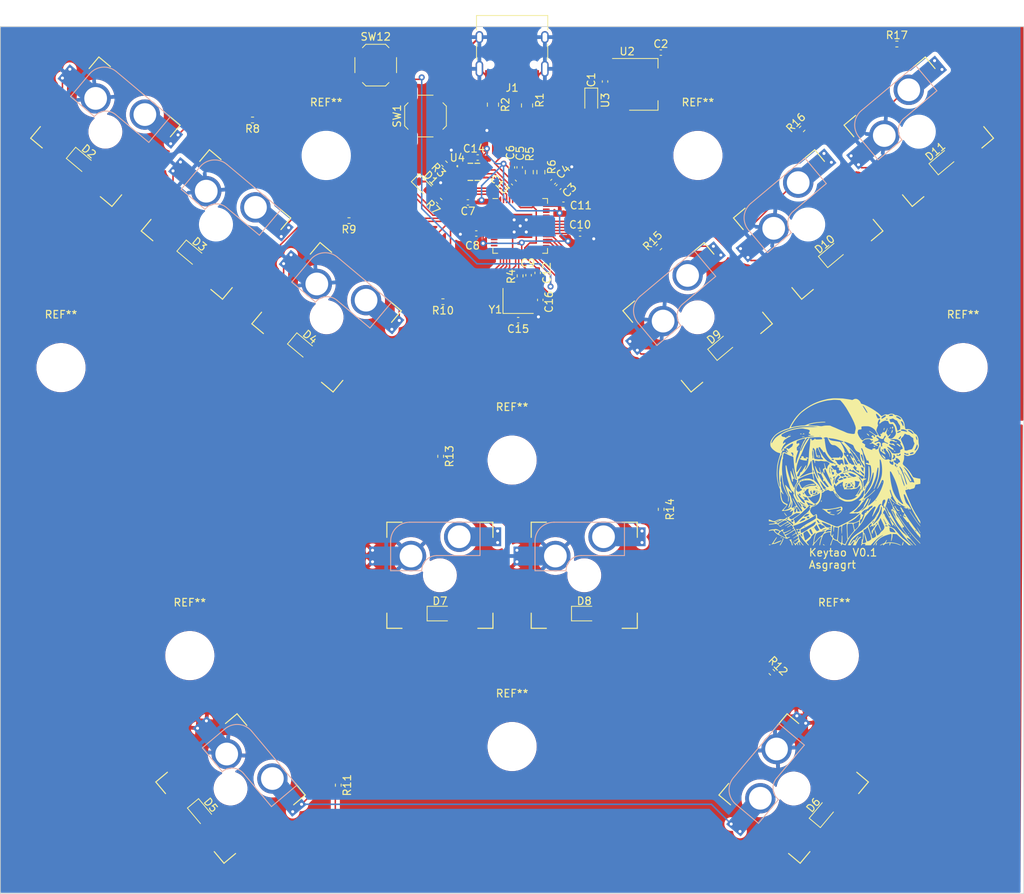
<source format=kicad_pcb>
(kicad_pcb (version 20221018) (generator pcbnew)
  (title_block (title "Keytao 1") (date "2023-07-03") (rev "0.1") (company "Asgragrt"))
  (layers (0 "F.Cu" signal) (31 "B.Cu" signal) (34 "B.Paste" user) (35 "F.Paste" user) (36 "B.SilkS" user "B.Silkscreen") (37 "F.SilkS" user "F.Silkscreen") (38 "B.Mask" user) (39 "F.Mask" user) (44 "Edge.Cuts" user))
  (net 0 "")
  (net 1 "Net-(U2-VI)")
  (net 2 "GND")
  (net 3 "+3.3V")
  (net 4 "+1V1")
  (net 5 "Net-(U1-XIN)")
  (net 6 "Net-(C16-Pad2)")
  (net 7 "Net-(D1-A)")
  (net 8 "Net-(D2-A)")
  (net 9 "Net-(D3-A)")
  (net 10 "Net-(D4-A)")
  (net 11 "Net-(D5-A)")
  (net 12 "Net-(D6-A)")
  (net 13 "Net-(D7-A)")
  (net 14 "Net-(D8-A)")
  (net 15 "Net-(D9-A)")
  (net 16 "Net-(D10-A)")
  (net 17 "Net-(D11-A)")
  (net 18 "VBUS")
  (net 19 "Net-(J1-CC1)")
  (net 20 "/USB_D+")
  (net 21 "/USB_D-")
  (net 23 "Net-(J1-CC2)")
  (net 25 "Net-(R3-Pad1)")
  (net 26 "/QSPI_SS")
  (net 27 "Net-(U1-XOUT)")
  (net 28 "Net-(U1-USB_DP)")
  (net 29 "Net-(U1-USB_DM)")
  (net 30 "/KBD_STATUS")
  (net 31 "/LED0")
  (net 32 "/LED1")
  (net 33 "/LED2")
  (net 34 "/LED3_1")
  (net 35 "/LED3_2")
  (net 36 "/LED4")
  (net 37 "/LED5")
  (net 38 "/LED6")
  (net 39 "/LED7")
  (net 40 "/LED8")
  (net 41 "/K0")
  (net 42 "/K1")
  (net 43 "/K2")
  (net 44 "/K3")
  (net 45 "/K4")
  (net 46 "/K5")
  (net 47 "/K6")
  (net 48 "/K7")
  (net 49 "/K8")
  (net 50 "/RUN")
  (net 63 "/QSPI_SD3")
  (net 64 "/QSPI_SCLK")
  (net 65 "/QSPI_SD0")
  (net 66 "/QSPI_SD2")
  (net 67 "/QSPI_SD1")
  (footprint "Capacitor_SMD:C_0402_1005Metric" (layer "F.Cu") (at 87.1 48.6 180)
    (fp_text reference "C7")
    (fp_text value "100n")
  )
  (footprint "Capacitor_SMD:C_0402_1005Metric" (layer "F.Cu") (at 112.558103 28.828999 180)
    (fp_text reference "C2")
    (fp_text value "10u")
  )
  (footprint "Resistor_SMD:R_0402_1005Metric" (layer "F.Cu") (at 93.98 58.293 90)
    (fp_text reference "R4")
    (fp_text value "1k")
  )
  (footprint "LED_SMD:LED_0805_2012Metric" (layer "F.Cu") (at 120.655889 67.627151 40)
    (fp_text reference "D9")
    (fp_text value "LED")
  )
  (footprint "Resistor_SMD:R_0402_1005Metric" (layer "F.Cu") (at 69.99 125.5 -90)
    (fp_text reference "R11")
    (fp_text value "220")
  )
  (footprint "switches:MXOnly-1U-Hotswap-Antishear_1" (layer "F.Cu") (at 117.406855 63.755104 40)
    (fp_text reference "SW8")
    (fp_text value "SW_Push")
  )
  (footprint "Resistor_SMD:R_0402_1005Metric" (layer "F.Cu") (at 127.2 110.6 -45)
    (fp_text reference "R12")
    (fp_text value "220")
  )
  (footprint "Resistor_SMD:R_0805_2012Metric" (layer "F.Cu") (at 94.9 35.8 -90)
    (fp_text reference "R1")
    (fp_text value "5.1k")
  )
  (footprint "Capacitor_SMD:C_0402_1005Metric" (layer "F.Cu") (at 88.392 42.672 180)
    (fp_text reference "C14")
    (fp_text value "100n")
  )
  (footprint "Resistor_SMD:R_0402_1005Metric" (layer "F.Cu") (at 112.6 89.1 -90)
    (fp_text reference "R14")
    (fp_text value "220")
  )
  (footprint "Package_TO_SOT_SMD:SOT-223-3_TabPin2" (layer "F.Cu") (at 110.272102 33.02)
    (fp_text reference "U2")
    (fp_text value "NCP1117-3.3_SOT223")
  )
  (footprint "switches:MXOnly-1U-Hotswap-Antishear_1" (layer "F.Cu") (at 102.45 97.8)
    (fp_text reference "SW7")
    (fp_text value "SW_Push")
  )
  (footprint "MountingHole:MountingHole_6mm" (layer "F.Cu") (at 68.4 42.4)
    (fp_text reference "REF**")
    (fp_text value "MountingHole_6mm")
  )
  (footprint "Resistor_SMD:R_0402_1005Metric" (layer "F.Cu") (at 131.2 38.9 45)
    (fp_text reference "R16")
    (fp_text value "220")
  )
  (footprint "Capacitor_SMD:C_0402_1005Metric" (layer "F.Cu") (at 99.7 48.9)
    (fp_text reference "C11")
    (fp_text value "100n")
  )
  (footprint "Resistor_SMD:R_0603_1608Metric" (layer "F.Cu") (at 95.1992 44.6024 -90)
    (fp_text reference "R5")
    (fp_text value "27")
  )
  (footprint "LED_SMD:LED_0805_2012Metric" (layer "F.Cu") (at 65.194111 67.627151 -40)
    (fp_text reference "D4")
    (fp_text value "LED")
  )
  (footprint "Capacitor_SMD:C_0402_1005Metric" (layer "F.Cu") (at 101.9 52.7)
    (fp_text reference "C10")
    (fp_text value "100n")
  )
  (footprint "Capacitor_SMD:C_0402_1005Metric" (layer "F.Cu") (at 105.192103 32.639 90)
    (fp_text reference "C1")
    (fp_text value "10u")
  )
  (footprint "Button_Switch_SMD:SW_Push_1P1T_XKB_TS-1187A" (layer "F.Cu") (at 81.5 37.2 90)
    (fp_text reference "SW1")
    (fp_text value "SW_Push")
  )
  (footprint "Capacitor_SMD:C_0402_1005Metric" (layer "F.Cu") (at 95.1 58.2 -90)
    (fp_text reference "C9")
    (fp_text value "100n")
  )
  (footprint "MountingHole:MountingHole_6mm" (layer "F.Cu") (at 152.45 70.4)
    (fp_text reference "REF**")
    (fp_text value "MountingHole_6mm")
  )
  (footprint "MountingHole:MountingHole_6mm" (layer "F.Cu") (at 135.45 108.4)
    (fp_text reference "REF**")
    (fp_text value "MountingHole_6mm")
  )
  (footprint "MountingHole:MountingHole_6mm" (layer "F.Cu") (at 117.45 42.4)
    (fp_text reference "REF**")
    (fp_text value "MountingHole_6mm")
  )
  (footprint "MountingHole:MountingHole_6mm" (layer "F.Cu") (at 92.93 82.6)
    (fp_text reference "REF**")
    (fp_text value "MountingHole_6mm")
  )
  (footprint "LED_SMD:LED_0805_2012Metric" (layer "F.Cu") (at 50.600968 55.382047 -40)
    (fp_text reference "D3")
    (fp_text value "LED")
  )
  (footprint "Connector_USB:USB_C_Receptacle_HRO_TYPE-C-31-M-12" (layer "F.Cu") (at 92.93 27.835 180)
    (fp_text reference "J1")
    (fp_text value "USB_C_Receptacle_USB2.0")
  )
  (footprint "Diode_SMD:D_SOD-323" (layer "F.Cu") (at 103.372102 35.119999 -90)
    (fp_text reference "U3")
    (fp_text value "NSR0320MW2T1G")
  )
  (footprint "Resistor_SMD:R_0603_1608Metric" (layer "F.Cu") (at 96.7232 44.6024 -90)
    (fp_text reference "R6")
    (fp_text value "27")
  )
  (footprint "Resistor_SMD:R_0402_1005Metric" (layer "F.Cu") (at 112.3 54.5 45)
    (fp_text reference "R15")
    (fp_text value "220")
  )
  (footprint "Capacitor_SMD:C_0402_1005Metric" (layer "F.Cu") (at 92.9 43.98 90)
    (fp_text reference "C6")
    (fp_text value "100n")
  )
  (footprint "LED_SMD:LED_0805_2012Metric" (layer "F.Cu") (at 51.897952 129.189034 -50)
    (fp_text reference "D5")
    (fp_text value "LED")
  )
  (footprint "W25Q16JV:W25Q16JVUXIQ_WIN" (layer "F.Cu") (at 87.8826 44.565001)
    (fp_text reference "U4")
    (fp_text value "W25Q16JVUXIQ")
  )
  (footprint "Capacitor_SMD:C_0402_1005Metric" (layer "F.Cu") (at 99.06 46.5836 45)
    (fp_text reference "C3")
    (fp_text value "1u")
  )
  (footprint "switches:MXOnly-1U-Hotswap-Antishear_1" (layer "F.Cu") (at 130.08 125.94 50)
    (fp_text reference "SW11")
    (fp_text value "SW_Push")
  )
  (footprint "LED_SMD:LED_0805_2012Metric" (layer "F.Cu") (at 102.45 102.8546)
    (fp_text reference "D8")
    (fp_text value "LED")
  )
  (footprint "LED_SMD:LED_0805_2012Metric" (layer "F.Cu") (at 83.4 102.8546)
    (fp_text reference "D7")
    (fp_text value "LED")
  )
  (footprint "Resistor_SMD:R_0402_1005Metric" (layer "F.Cu") (at 83.5 82.1 -90)
    (fp_text reference "R13")
    (fp_text value "220")
  )
  (footprint "Capacitor_SMD:C_0402_1005Metric" (layer "F.Cu") (at 93.726 64.135 180)
    (fp_text reference "C15")
    (fp_text value "30p")
  )
  (footprint "Resistor_SMD:R_0402_1005Metric" (layer "F.Cu") (at 83.8 61.7 180)
    (fp_text reference "R10")
    (fp_text value "220")
  )
  (footprint "switches:MXOnly-1U-Hotswap-Antishear_1" (layer "F.Cu") (at 68.443146 63.755103 -40)
    (fp_text reference "SW4")
    (fp_text value "SW_Push")
  )
  (footprint "MountingHole:MountingHole_6mm" (layer "F.Cu") (at 33.4 70.4)
    (fp_text reference "REF**")
    (fp_text value "MountingHole_6mm")
  )
  (footprint "Capacitor_SMD:C_0402_1005Metric" (layer "F.Cu") (at 96.3 57.9 -90)
    (fp_text reference "C12")
    (fp_text value "100n")
  )
  (footprint "Resistor_SMD:R_0402_1005Metric" (layer "F.Cu") (at 71.4 51 180)
    (fp_text reference "R9")
    (fp_text value "220")
  )
  (footprint "Resistor_SMD:R_0402_1005Metric" (layer "F.Cu") (at 143.7 27.7)
    (fp_text reference "R17")
    (fp_text value "220")
  )
  (footprint "switches:MXOnly-1U-Hotswap-Antishear_1" (layer "F.Cu") (at 55.77 125.94 -50)
    (fp_text reference "SW5")
    (fp_text value "SW_Push")
  )
  (footprint "Button_Switch_SMD:SW_Push_1P1T_XKB_TS-1187A" (layer "F.Cu") (at 74.93 30.48)
    (fp_text reference "SW12")
    (fp_text value "SW_Push")
  )
  (footprint "switches:MXOnly-1U-Hotswap-Antishear_1" (layer "F.Cu") (at 83.4 97.8)
    (fp_text reference "SW6")
    (fp_text value "SW_Push")
  )
  (footprint "LED_SMD:LED_0805_2012Metric" (layer "F.Cu") (at 133.952048 129.189034 50)
    (fp_text reference "D6")
    (fp_text value "LED")
  )
  (footprint "Resistor_SMD:R_0402_1005Metric" (layer "F.Cu") (at 84 43.5 -45)
    (fp_text reference "R3")
    (fp_text value "1k")
  )
  (footprint "Capacitor_SMD:C_0402_1005Metric" (layer "F.Cu") (at 93.9292 43.97 90)
    (fp_text reference "C5")
    (fp_text value "100n")
  )
  (footprint "switches:MXOnly-1U-Hotswap-Antishear_1" (layer "F.Cu") (at 132 51.51 40)
    (fp_text reference "SW9")
    (fp_text value "SW_Push")
  )
  (footprint "MountingHole:MountingHole_6mm" (layer "F.Cu") (at 92.93 120.4)
    (fp_text reference "REF**")
    (fp_text value "MountingHole_6mm")
  )
  (footprint "Resistor_SMD:R_0402_1005Metric" (layer "F.Cu") (at 58.676 37.719 180)
    (fp_text reference "R8")
    (fp_text value "220")
  )
  (footprint "Package_DFN_QFN:QFN-56-1EP_7x7mm_P0.4mm_EP3.2x3.2mm" (layer "F.Cu") (at 93.996 51.6975)
    (fp_text reference "U1" hide)
    (fp_text value "RP2040")
  )
  (footprint "LED_SMD:LED_0805_2012Metric" (layer "F.Cu") (at 36.007819 43.136943 -40)
    (fp_text reference "D2")
    (fp_text value "LED")
  )
  (footprint "LED_SMD:LED_0805_2012Metric" (layer "F.Cu") (at 149.842182 43.136944 40)
    (fp_text reference "D11")
    (fp_text value "LED")
  )
  (footprint "Resistor_SMD:R_0805_2012Metric" (layer "F.Cu") (at 90.4 35.7 -90)
    (fp_text reference "R2")
    (fp_text value "5.1k")
  )
  (footprint "LOGO" (layer "F.Cu") (at 136.8 84)
    (fp_text reference "G***")
    (fp_text value "LOGO" hide)
  )
  (footprint "Resistor_SMD:R_0402_1005Metric" (layer "F.Cu") (at 83.3 48.4 135)
    (fp_text reference "R7")
    (fp_text value "1k")
  )
  (footprint "switches:MXOnly-1U-Hotswap-Antishear_1" (layer "F.Cu") (at 53.85 51.51 -40)
    (fp_text reference "SW3")
    (fp_text value "SW_Push")
  )
  (footprint "LED_SMD:LED_0603_1608Metric" (layer "F.Cu") (at 81.2 46.4 -45)
    (fp_text reference "D1")
    (fp_text value "LED")
  )
  (footprint "MountingHole:MountingHole_6mm" (layer "F.Cu") (at 50.4 108.4)
    (fp_text reference "REF**")
    (fp_text value "MountingHole_6mm")
  )
  (footprint "Capacitor_SMD:C_0402_1005Metric" (layer "F.Cu") (at 88.2 52.7 180)
    (fp_text reference "C8")
    (fp_text value "100n")
  )
  (footprint "LED_SMD:LED_0805_2012Metric" (layer "F.Cu") (at 135.249034 55.382047 40)
    (fp_text reference "D10")
    (fp_text value "LED")
  )
  (footprint "Crystal:Crystal_SMD_3225-4Pin_3.2x2.5mm" (layer "F.Cu") (at 93.726 61.595)
    (fp_text reference "Y1")
    (fp_text value "Crystal_GND24")
  )
  (footprint "Capacitor_SMD:C_0402_1005Metric" (layer "F.Cu") (at 98.3488 45.8724 45)
    (fp_text reference "C4")
    (fp_text value "1u")
  )
  (footprint "Capacitor_SMD:C_0402_1005Metric" (layer "F.Cu") (at 93.1672 45.974 135)
    (fp_text reference "C13")
    (fp_text value "100n")
  )
  (footprint "switches:MXOnly-1U-Hotswap-Antishear_1" (layer "F.Cu") (at 39.256853 39.264893 -40)
    (fp_text reference "SW2")
    (fp_text value "SW_Push")
  )
  (footprint "Capacitor_SMD:C_0402_1005Metric" (layer "F.Cu") (at 96.647 61.468 90)
    (fp_text reference "C16")
    (fp_text value "30p")
  )
  (footprint "switches:MXOnly-1U-Hotswap-Antishear_1" (layer "F.Cu") (at 146.593148 39.264895 40)
    (fp_text reference "SW10")
    (fp_text value "SW_Push")
  )
  (gr_line (start 160.45 139.8) (end 160.45 25.4) (stroke (width 0.1)) (layer "Edge.Cuts"))
  (gr_line (start 25.4 139.8) (end 160.45 139.8) (stroke (width 0.1)) (layer "Edge.Cuts"))
  (gr_line (start 25.4 25.4) (end 25.4 139.8) (stroke (width 0.1)) (layer "Edge.Cuts"))
  (gr_line (start 160.45 25.4) (end 25.4 25.4) (stroke (width 0.1)) (layer "Edge.Cuts"))
  (gr_text "Keytao V0.1\nAsgragrt" (at 132 97) (layer "F.SilkS") (effects (font (size 1 1)) (justify left bottom)))
  (segment (start 105.192103 35.192999) (end 105.319103 35.319998) (width 0.25) (layer "F.Cu") (net 1))
  (segment (start 104.241102 34.069998) (end 105.192102 33.118999) (width 0.2) (layer "F.Cu") (net 1))
  (segment (start 105.192102 33.118999) (end 105.192103 35.192999) (width 0.25) (layer "F.Cu") (net 1))
  (segment (start 103.372102 34.069999) (end 104.241102 34.069998) (width 0.2) (layer "F.Cu") (net 1))
  (segment (start 105.319103 35.319998) (end 107.122102 35.319998) (width 0.25) (layer "F.Cu") (net 1))
  (segment (start 138.640137 43.61725) (end 139.040137 44.01725) (width 0.2) (layer "F.Cu") (net 2))
  (segment (start 95.323 61.948) (end 94.826 62.445) (width 0.25) (layer "F.Cu") (net 2))
  (segment (start 48.182741 53.079374) (end 49.882801 54.779434) (width 0.2) (layer "F.Cu") (net 2))
  (segment (start 86.588 43.388) (end 86.35 43.15) (width 0.2) (layer "F.Cu") (net 2))
  (segment (start 93.9292 43.49) (end 92.9132 43.49) (width 0.2) (layer "F.Cu") (net 2))
  (segment (start 100.3212 43.9) (end 98.688211 45.532989) (width 0.25) (layer "F.Cu") (net 2))
  (segment (start 51.279639 118.124995) (end 51.417645 117.986989) (width 0.2) (layer "F.Cu") (net 2))
  (segment (start 92.726 60.745) (end 94.426 62.445) (width 0.25) (layer "F.Cu") (net 2))
  (segment (start 139.040137 44.01725) (end 148.846322 44.01725) (width 0.2) (layer "F.Cu") (net 2))
  (segment (start 96.18 32.68) (end 96.52 33.02) (width 0.25) (layer "F.Cu") (net 2))
  (segment (start 94.9 36.7125) (end 94.9 38) (width 0.25) (layer "F.Cu") (net 2))
  (segment (start 100.8 44.8436) (end 99.399411 46.244189) (width 0.25) (layer "F.Cu") (net 2))
  (segment (start 85.9 48.6) (end 85.9 48.4) (width 0.2) (layer "F.Cu") (net 2))
  (segment (start 88.61 26.785) (end 88.61 30.965) (width 0.25) (layer "F.Cu") (net 2))
  (segment (start 97.25 26.785) (end 97.25 30.965) (width 0.25) (layer "F.Cu") (net 2))
  (segment (start 96.3 58.38) (end 95.4 58.38) (width 0.2) (layer "F.Cu") (net 2))
  (segment (start 94.426 62.445) (end 94.826 62.445) (width 0.25) (layer "F.Cu") (net 2))
  (segment (start 100.18 47.024778) (end 99.399411 46.244189) (width 0.2) (layer "F.Cu") (net 2))
  (segment (start 51.279639 128.455167) (end 51.279639 118.124995) (width 0.2) (layer "F.Cu") (net 2))
  (segment (start 96.52 33.02) (end 104.331103 33.02) (width 0.25) (layer "F.Cu") (net 2))
  (segment (start 77.93 28.605) (end 86.79 28.605) (width 0.25) (layer "F.Cu") (net 2))
  (segment (start 81.3426 102.8546) (end 74.51 96.022) (width 0.2) (layer "F.Cu") (net 2))
  (segment (start 86.1 52.8) (end 87.62 52.8) (width 0.2) (layer "F.Cu") (net 2))
  (segment (start 87.912 42.672) (end 86.828 42.672) (width 0.25) (layer "F.Cu") (net 2))
  (segment (start 92.996 55.135) (end 92.996 52.6975) (width 0.2) (layer "F.Cu") (net 2))
  (segment (start 94.9 38) (end 100.8 43.9) (width 0.25) (layer "F.Cu") (net 2))
  (segment (start 91.1194 42.9194) (end 91.5388 42.5) (width 0.2) (layer "F.Cu") (net 2))
  (segment (start 112.078103 28.828999) (end 110.187102 30.72) (width 0.25) (layer "F.Cu") (net 2))
  (segment (start 86.828 42.672) (end 86.35 43.15) (width 0.25) (layer "F.Cu") (net 2))
  (segment (start 86.35 43.15) (end 84.9 41.7) (width 0.2) (layer "F.Cu") (net 2))
  (segment (start 96.3 59.1144) (end 96.3 58.38) (width 0.2) (layer "F.Cu") (net 2))
  (segment (start 89.68 31.88) (end 89.525 31.88) (width 0.25) (layer "F.Cu") (net 2))
  (segment (start 35.289652 42.53433) (end 33.589594 40.834272) (width 0.2) (layer "F.Cu") (net 2))
  (segment (start 96.335 31.88) (end 97.25 30.965) (width 0.25) (layer "F.Cu") (net 2))
  (segment (start 104.331103 33.02) (end 105.192103 32.159) (width 0.25) (layer "F.Cu") (net 2))
  (segment (start 91.5388 42.5) (end 90.8 42.5) (width 0.2) (layer "F.Cu") (net 2))
  (segment (start 96.647 61.948) (end 97.1576 61.948) (width 0.2) (layer "F.Cu") (net 2))
  (segment (start 95.145 62.445) (end 96.4 63.7) (width 0.25) (layer "F.Cu") (net 2))
  (segment (start 100.18 48.9) (end 100.18 47.024778) (width 0.2) (layer "F.Cu") (net 2))
  (segment (start 105.683102 32.159) (end 107.122102 30.72) (width 0.25) (layer "F.Cu") (net 2))
  (segment (start 119.567486 68.6) (end 109.946385 68.6) (width 0.2) (layer "F.Cu") (net 2))
  (segment (start 62.775887 56.678694) (end 62.775887 65.324481) (width 0.2) (layer "F.Cu") (net 2))
  (segment (start 51.295339 128.470867) (end 51.279639 128.455167) (width 0.2) (layer "F.Cu") (net 2))
  (segment (start 79.625 40.2) (end 79.625 44.825) (width 0.25) (layer "F.Cu") (net 2))
  (segment (start 130.7 118.297446) (end 131.670262 117.327184) (width 0.2) (layer "F.Cu") (net 2))
  (segment (start 79.625 44.825) (end 80.643153 45.843153) (width 0.25) (layer "F.Cu") (net 2))
  (segment (start 77.93 28.605) (end 71.93 28.605) (width 0.25) (layer "F.Cu") (net 2))
  (segment (start 80.643153 45.843153) (end 83.343153 45.843153) (width 0.25) (layer "F.Cu") (net 2))
  (segment (start 92.626 60.745) (end 92.726 60.745) (width 0.25) (layer "F.Cu") (net 2))
  (segment (start 103 52.7) (end 103.7 53.4) (width 0.2) (layer "F.Cu") (net 2))
  (segment (start 86.79 28.605) (end 88.61 26.785) (width 0.25) (layer "F.Cu") (net 2))
  (segment (start 124.446989 56.262355) (end 134.253172 56.262355) (width 0.2) (layer "F.Cu") (net 2))
  (segment (start 48.182741 44.433591) (end 48.182741 53.079374) (width 0.2) (layer "F.Cu") (net 2))
  (segment (start 90.616 43.4228) (end 91.1194 42.9194) (width 0.2) (layer "F.Cu") (net 2))
  (segment (start 124.046989 55.862355) (end 124.446989 56.262355) (width 0.2) (layer "F.Cu") (net 2))
  (segment (start 100.3926 102.8546) (end 93.56 96.022) (width 0.2) (layer "F.Cu") (net 2))
  (segment (start 119.937722 68.229764) (end 119.567486 68.6) (width 0.2) (layer "F.Cu") (net 2))
  (segment (start 96.18 31.88) (end 96.18 32.68) (width 0.25) (layer "F.Cu") (net 2))
  (segment (start 96.18 31.88) (end 96.335 31.88) (width 0.25) (layer "F.Cu") (net 2))
  (segment (start 102.38 52.7) (end 103 52.7) (width 0.2) (layer "F.Cu") (net 2))
  (segment (start 133 124.7) (end 130.7 122.4) (width 0.2) (layer "F.Cu") (net 2))
  (segment (start 109.946385 68.6) (end 109.453844 68.107459) (width 0.2) (layer "F.Cu") (net 2))
  (segment (start 101.5125 102.8546) (end 100.3926 102.8546) (width 0.2) (layer "F.Cu") (net 2))
  (segment (start 86.4842 45.315002) (end 87.117599 45.315002) (width 0.2) (layer "F.Cu") (net 2))
  (segment (start 33.589594 40.834272) (end 33.589594 32.188484) (width 0.2) (layer "F.Cu") (net 2))
  (segment (start 87.1906 45.242001) (end 87.1906 43.388) (width 0.2) (layer "F.Cu") (net 2))
  (segment (start 92.827789 45.634589) (end 90.616 43.4228) (width 0.2) (layer "F.Cu") (net 2))
  (segment (start 90.4 39.1) (end 90.4 42.1) (width 0.25) (layer "F.Cu") (net 2))
  (segment (start 97.5868 60.4012) (end 96.3 59.1144) (width 0.2) (layer "F.Cu") (net 2))
  (segment (start 92.996 52.6975) (end 93.996 51.6975) (width 0.2) (layer "F.Cu") (net 2))
  (segment (start 96.647 61.948) (end 95.323 61.948) (width 0.25) (layer "F.Cu") (net 2))
  (segment (start 94.206 64.135) (end 94.206 63.065) (width 0.25) (layer "F.Cu") (net 2))
  (segment (start 133 129.557766) (end 133 124.7) (width 0.2) (layer "F.Cu") (net 2))
  (segment (start 87.117599 45.315002) (end 87.1906 45.242001) (width 0.2) (layer "F.Cu") (net 2))
  (segment (start 130.7 122.4) (end 130.7 118.297446) (width 0.2) (layer "F.Cu") (net 2))
  (segment (start 85.9 48.4) (end 83.5 46) (width 0.2) (layer "F.Cu") (net 2))
  (segment (start 100.8 43.9) (end 100.3212 43.9) (width 0.25) (layer "F.Cu") (net 2))
  (segment (start 83.343153 45.843153) (end 83.5 46) (width 0.25) (layer "F.Cu") (net 2))
  (segment (start 134.253172 56.262355) (end 134.530867 55.98466) (width 0.2) (layer "F.Cu") (net 2))
  (segment (start 92.9132 42.5) (end 92.9132 43.49) (width 0.2) (layer "F.Cu") (net 2))
  (segment (start 87.62 52.8) (end 87.72 52.7) (width 0.2) (layer "F.Cu") (net 2))
  (segment (start 82.4625 102.8546) (end 81.3426 102.8546) (width 0.2) (layer "F.Cu") (net 2))
  (segment (start 110.187102 30.72) (end 107.122102 30.72) (width 0.25) (layer "F.Cu") (net 2))
  (segment (start 97.1576 61.948) (end 97.5868 61.5188) (width 0.2) (layer "F.Cu") (net 2))
  (segment (start 79.625 40.2) (end 79.625 34.2) (width 0.25) (layer "F.Cu") (net 2))
  (segment (start 100.8 43.9) (end 100.8 44.8436) (width 0.25) (layer "F.Cu") (net 2))
  (segment (start 89.525 31.88) (end 88.61 30.965) (width 0.25) (layer "F.Cu") (net 2))
  (segment (start 95.4 58.38) (end 95.1 58.68) (width 0.2) (layer "F.Cu") (net 2))
  (segment (start 86.62 48.6) (end 85.9 48.6) (width 0.2) (layer "F.Cu") (net 2))
  (segment (start 62.775887 65.324481) (end 64.475944 67.024538) (width 0.2) (layer "F.Cu") (net 2))
  (segment (start 94.826 62.445) (end 95.145 62.445) (width 0.25) (layer "F.Cu") (net 2))
  (segment (start 105.192103 32.159) (end 105.683102 32.159) (width 0.25) (layer "F.Cu") (net 2))
  (segment (start 91.5388 42.5) (end 92.9132 42.5) (width 0.2) (layer "F.Cu") (net 2))
  (segment (start 94.206 63.065) (end 94.826 62.445) (width 0.25) (layer "F.Cu") (net 2))
  (segment (start 90.4 36.6125) (end 90.4 39.1) (width 0.25) (layer "F.Cu") (net 2))
  (segment (start 133.349435 129.907201) (end 133 129.557766) (width 0.2) (layer "F.Cu") (net 2))
  (segment (start 89.6 39.1) (end 90.4 39.1) (width 0.25) (layer "F.Cu") (net 2))
  (segment (start 148.846322 44.01725) (end 149.124015 43.739557) (width 0.2) (layer "F.Cu") (net 2))
  (segment (start 87.1906 43.388) (end 86.588 43.388) (width 0.2) (layer "F.Cu") (net 2))
  (segment (start 97.5868 61.5188) (end 97.5868 60.4012) (width 0.2) (layer "F.Cu") (net 2))
  (segment (start 90.4 42.1) (end 90.8 42.5) (width 0.25) (layer "F.Cu") (net 2))
  (via (at 89.6 39.1) (size 0.8) (drill 0.4) (layers "F.Cu" "B.Cu") (net 2))
  (via (at 94.8 52.5) (size 0.8) (drill 0.4) (layers "F.Cu" "B.Cu") (net 2))
  (via (at 83.5 46) (size 0.8) (drill 0.4) (layers "F.Cu" "B.Cu") (net 2))
  (via (at 84.9 41.7) (size 0.8) (drill 0.4) (layers "F.Cu" "B.Cu") (net 2))
  (via (at 94 51.7) (size 0.8) (drill 0.4) (layers "F.Cu" "B.Cu") (net 2))
  (via (at 100.8 43.9) (size 0.8) (drill 0.4) (layers "F.Cu" "B.Cu") (net 2))
  (via (at 96.4 63.7) (size 0.8) (drill 0.4) (layers "F.Cu" "B.Cu") (net 2))
  (via (at 94.8 50.9) (size 0.8) (drill 0.4) (layers "F.Cu" "B.Cu") (net 2))
  (via (at 93.2 50.9) (size 0.8) (drill 0.4) (layers "F.Cu" "B.Cu") (net 2))
  (via (at 93.2 52.5) (size 0.8) (drill 0.4) (layers "F.Cu" "B.Cu") (net 2))
  (via (at 103.7 53.4) (size 0.8) (drill 0.4) (layers "F.Cu" "B.Cu") (net 2))
  (via (at 86.1 52.8) (size 0.8) (drill 0.4) (layers "F.Cu" "B.Cu") (net 2))
  (segment (start 113.422102 29.213) (end 113.422102 33.019999) (width 0.25) (layer "F.Cu") (net 3))
  (segment (start 90.5585 52.6975) (end 89.5 52.6975) (width 0.2) (layer "F.Cu") (net 3))
  (segment (start 89.1 53.0975) (end 89.5 52.6975) (width 0.2) (layer "F.Cu") (net 3))
  (segment (start 88.6825 52.6975) (end 88.68 52.7) (width 0.2) (layer "F.Cu") (net 3))
  (segment (start 94.196 55.135) (end 94.196 56.816) (width 0.2) (layer "F.Cu") (net 3))
  (segment (start 99.22 48.9) (end 99.22 47.422422) (width 0.2) (layer "F.Cu") (net 3))
  (segment (start 88.872 42.672) (end 89.154 42.672) (width 0.25) (layer "F.Cu") (net 3))
  (segment (start 88.9 48.3) (end 89.761 48.3) (width 0.2) (layer "F.Cu") (net 3))
  (segment (start 91.94 43.5) (end 92.9 44.46) (width 0.2) (layer "F.Cu") (net 3))
  (segment (start 94.196 48.26) (end 94.571 48.26) (width 0.2) (layer "F.Cu") (net 3))
  (segment (start 109.372102 33.02) (end 113.422102 33.019999) (width 0.25) (layer "F.Cu") (net 3))
  (segment (start 93.8784 44.5008) (end 93.9292 44.45) (width 0.25) (layer "F.Cu") (net 3))
  (segment (start 89.281 43.561) (end 89.662 43.18) (width 0.25) (layer "F.Cu") (net 3))
  (segment (start 99.0225 49.0975) (end 99.22 48.9) (width 0.2) (layer "F.Cu") (net 3))
  (segment (start 94.2 53.9) (end 94.196 53.904) (width 0.2) (layer "F.Cu") (net 3))
  (segment (start 107.122103 33.019999) (end 108.922102 33.02) (width 0.25) (layer "F.Cu") (net 3))
  (segment (start 108.922102 33.02) (end 109.372102 33.02) (width 0.25) (layer "F.Cu") (net 3))
  (segment (start 87.58 48.6) (end 88.6 48.6) (width 0.2) (layer "F.Cu") (net 3))
  (segment (start 101.4175 52.6975) (end 101.42 52.7) (width 0.2) (layer "F.Cu") (net 3))
  (segment (start 96.196 48.26) (end 96.196 48.104) (width 0.2) (layer "F.Cu") (net 3))
  (segment (start 89.6 41.944) (end 88.872 42.672) (width 0.2) (layer "F.Cu") (net 3))
  (segment (start 94.571 46.4634) (end 94.571 48.26) (width 0.25) (layer "F.Cu") (net 3))
  (segment (start 97.3836 48.26) (end 97.5718 48.0718) (width 0.2) (layer "F.Cu") (net 3))
  (segment (start 89.154 42.672) (end 89.662 43.18) (width 0.25) (layer "F.Cu") (net 3))
  (segment (start 96.596 48.26) (end 97.3836 48.26) (width 0.2) (layer "F.Cu") (net 3))
  (segment (start 94.196 56.816) (end 95.1 57.72) (width 0.2) (layer "F.Cu") (net 3))
  (segment (start 113.038102 28.829) (end 113.422102 29.213) (width 0.25) (layer "F.Cu") (net 3))
  (segment (start 100.3 53.7) (end 100.3 52.6975) (width 0.2) (layer "F.Cu") (net 3))
  (segment (start 93.9292 45.8216) (end 94.571 46.4634) (width 0.25) (layer "F.Cu") (net 3))
  (segment (start 97.5718 48.0718) (end 98.720589 46.923011) (width 0.2) (layer "F.Cu") (net 3))
  (segment (start 99.22 47.422422) (end 98.720589 46.923011) (width 0.2) (layer "F.Cu") (net 3))
  (segment (start 94.196 53.904) (end 94.196 55.135) (width 0.2) (layer "F.Cu") (net 3))
  (segment (start 91.8 43.5) (end 91.94 43.5) (width 0.2) (layer "F.Cu") (net 3))
  (segment (start 89.5 52.6975) (end 88.6825 52.6975) (width 0.2) (layer "F.Cu") (net 3))
  (segment (start 92.8624 44.5008) (end 93.8784 44.5008) (width 0.25) (layer "F.Cu") (net 3))
  (segment (start 96.196 48.104) (end 97.2 47.1) (width 0.2) (layer "F.Cu") (net 3))
  (segment (start 93.9292 44.45) (end 93.9292 45.8216) (width 0.25) (layer "F.Cu") (net 3))
  (segment (start 100.3 52.6975) (end 101.4175 52.6975) (width 0.2) (layer "F.Cu") (net 3))
  (segment (start 97.4335 49.0975) (end 99.0225 49.0975) (width 0.2) (layer "F.Cu") (net 3))
  (segment (start 88.6 48.6) (end 88.9 48.3) (width 0.2) (layer "F.Cu") (net 3))
  (segment (start 89.281 43.815) (end 89.281 43.561) (width 0.25) (layer "F.Cu") (net 3))
  (segment (start 97.4335 52.6975) (end 100.3 52.6975) (width 0.2) (layer "F.Cu") (net 3))
  (segment (start 89.1 54) (end 89.1 53.0975) (width 0.2) (layer "F.Cu") (net 3))
  (segment (start 89.761 48.3) (end 90.5585 49.0975) (width 0.2) (layer "F.Cu") (net 3))
  (segment (start 89.6 41.5) (end 89.6 41.944) (width 0.2) (layer "F.Cu") (net 3))
  (via (at 89.1 54) (size 0.8) (drill 0.4) (layers "F.Cu" "B.Cu") (net 3))
  (via (at 99.2 50) (size 0.8) (drill 0.4) (layers "F.Cu" "B.Cu") (net 3))
  (via (at 100.3 53.7) (size 0.8) (drill 0.4) (layers "F.Cu" "B.Cu") (net 3))
  (via (at 91.8 43.5) (size 0.8) (drill 0.4) (layers "F.Cu" "B.Cu") (net 3))
  (via (at 88.9 48.3) (size 0.8) (drill 0.4) (layers "F.Cu" "B.Cu") (net 3))
  (via (at 89.6 41.5) (size 0.8) (drill 0.4) (layers "F.Cu" "B.Cu") (net 3))
  (via (at 94.2 53.9) (size 0.8) (drill 0.4) (layers "F.Cu" "B.Cu") (net 3))
  (segment (start 89.6 41.5) (end 89.6 42.3) (width 0.2) (layer "B.Cu") (net 3))
  (segment (start 94.2 53.9) (end 94.1 54) (width 0.2) (layer "B.Cu") (net 3))
  (segment (start 90.8 43.5) (end 91.8 43.5) (width 0.2) (layer "B.Cu") (net 3))
  (segment (start 98.9 49.7) (end 93.5 49.7) (width 0.2) (layer "B.Cu") (net 3))
  (segment (start 94.4 53.7) (end 100.3 53.7) (width 0.2) (layer "B.Cu") (net 3))
  (segment (start 89.6 42.3) (end 90.8 43.5) (width 0.2) (layer "B.Cu") (net 3))
  (segment (start 88.9 46.4) (end 91.8 43.5) (width 0.2) (layer "B.Cu") (net 3))
  (segment (start 99.2 50) (end 99.2 52.6) (width 0.2) (layer "B.Cu") (net 3))
  (segment (start 94.1 54) (end 89.1 54) (width 0.2) (layer "B.Cu") (net 3))
  (segment (start 93.5 49.7) (end 91.8 48) (width 0.2) (layer "B.Cu") (net 3))
  (segment (start 91.8 48) (end 91.8 43.5) (width 0.2) (layer "B.Cu") (net 3))
  (segment (start 94.2 53.9) (end 94.4 53.7) (width 0.2) (layer "B.Cu") (net 3))
  (segment (start 88.9 48.3) (end 88.9 46.4) (width 0.2) (layer "B.Cu") (net 3))
  (segment (start 99.2 50) (end 98.9 49.7) (width 0.2) (layer "B.Cu") (net 3))
  (segment (start 99.2 52.6) (end 100.3 53.7) (width 0.2) (layer "B.Cu") (net 3))
  (segment (start 93.796 48.26) (end 93.796 49.0412) (width 0.2) (layer "F.Cu") (net 4))
  (segment (start 94.0308 49.276) (end 95.5548 49.276) (width 0.2) (layer "F.Cu") (net 4))
  (segment (start 96.1136 49.5808) (end 96.1136 53.9496) (width 0.2) (layer "F.Cu") (net 4))
  (segment (start 95.796 47.714) (end 97.298189 46.211811) (width 0.2) (layer "F.Cu") (net 4))
  (segment (start 93.506611 46.313411) (end 93.796 46.6028) (width 0.2) (layer "F.Cu") (net 4))
  (segment (start 94.596 55.716) (end 96.3 57.42) (width 0.2) (layer "F.Cu") (net 4))
  (segment (start 94.596 54.602525) (end 94.596 55.135) (width 0.2) (layer "F.Cu") (net 4))
  (segment (start 95.796 48.26) (end 95.796 47.714) (width 0.2) (layer "F.Cu") (net 4))
  (segment (start 95.6818 49.149) (end 95.796 49.0348) (width 0.2) (layer "F.Cu") (net 4))
  (segment (start 95.248925 53.9496) (end 94.596 54.602525) (width 0.2) (layer "F.Cu") (net 4))
  (segment (start 95.796 49.0348) (end 95.796 48.26) (width 0.2) (layer "F.Cu") (net 4))
  (segment (start 97.298189 46.211811) (end 98.009389 46.211811) (width 0.2) (layer "F.Cu") (net 4))
  (segment (start 93.796 49.0412) (end 94.0308 49.276) (width 0.2) (layer "F.Cu") (net 4))
  (segment (start 95.6818 49.149) (end 96.1136 49.5808) (width 0.2) (layer "F.Cu") (net 4))
  (segment (start 94.596 55.135) (end 94.596 55.716) (width 0.2) (layer "F.Cu") (net 4))
  (segment (start 93.796 46.6028) (end 93.796 48.26) (width 0.2) (layer "F.Cu") (net 4))
  (segment (start 95.5548 49.276) (end 95.6818 49.149) (width 0.2) (layer "F.Cu") (net 4))
  (segment (start 96.1136 53.9496) (end 95.248925 53.9496) (width 0.2) (layer "F.Cu") (net 4))
  (segment (start 92.526 62.445) (end 91.313 61.232) (width 0.2) (layer "F.Cu") (net 5))
  (segment (start 93.246 64.135) (end 93.246 63.065) (width 0.25) (layer "F.Cu") (net 5))
  (segment (start 93.246 63.065) (end 92.626 62.445) (width 0.25) (layer "F.Cu") (net 5))
  (segment (start 91.313 59.055) (end 93.396 56.972) (width 0.2) (layer "F.Cu") (net 5))
  (segment (start 93.396 56.972) (end 93.396 55.135) (width 0.2) (layer "F.Cu") (net 5))
  (segment (start 92.626 62.445) (end 92.526 62.445) (width 0.2) (layer "F.Cu") (net 5))
  (segment (start 91.313 61.232) (end 91.313 59.055) (width 0.2) (layer "F.Cu") (net 5))
  (segment (start 96.647 60.988) (end 95.069 60.988) (width 0.25) (layer "F.Cu") (net 6))
  (segment (start 94.826 60.745) (end 94.826 59.649) (width 0.2) (layer "F.Cu") (net 6))
  (segment (start 94.826 59.649) (end 93.98 58.803) (width 0.2) (layer "F.Cu") (net 6))
  (segment (start 95.069 60.988) (end 94.826 60.745) (width 0.25) (layer "F.Cu") (net 6))
  (segment (start 82.839376 48.039376) (end 81.756847 46.956847) (width 0.25) (layer "F.Cu") (net 7))
  (segment (start 82.939376 48.039376) (end 82.839376 48.039376) (width 0.25) (layer "F.Cu") (net 7))
  (segment (start 52.832 37.719) (end 43.307 47.244) (width 0.25) (layer "F.Cu") (net 8))
  (segment (start 43.307 47.244) (end 41.148 47.244) (width 0.25) (layer "F.Cu") (net 8))
  (segment (start 37.643556 43.739556) (end 36.725986 43.739556) (width 0.25) (layer "F.Cu") (net 8))
  (segment (start 58.166 37.719) (end 52.832 37.719) (width 0.25) (layer "F.Cu") (net 8))
  (segment (start 41.148 47.244) (end 37.643556 43.739556) (width 0.25) (layer "F.Cu") (net 8))
  (segment (start 58.5 58.039) (end 53.373475 58.039) (width 0.25) (layer "F.Cu") (net 9))
  (segment (start 70.89 51) (end 65.539 51) (width 0.2) (layer "F.Cu") (net 9))
  (segment (start 53.373475 58.039) (end 51.319135 55.98466) (width 0.25) (layer "F.Cu") (net 9))
  (segment (start 65.539 51) (end 58.5 58.039) (width 0.2) (layer "F.Cu") (net 9))
  (segment (start 65.912278 68.229764) (end 68.929514 71.247) (width 0.25) (layer "F.Cu") (net 10))
  (segment (start 83.29 61.998) (end 83.29 61.7) (width 0.25) (layer "F.Cu") (net 10))
  (segment (start 74.041 71.247) (end 83.29 61.998) (width 0.25) (layer "F.Cu") (net 10))
  (segment (start 68.929514 71.247) (end 74.041 71.247) (width 0.25) (layer "F.Cu") (net 10))
  (segment (start 69.6 126.4) (end 69.99 126.01) (width 0.2) (layer "F.Cu") (net 11))
  (segment (start 52.500565 129.907201) (end 56.893364 134.3) (width 0.2) (layer "F.Cu") (net 11))
  (segment (start 69.6 134.3) (end 69.6 126.4) (width 0.2) (layer "F.Cu") (net 11))
  (segment (start 56.893364 134.3) (end 69.6 134.3) (width 0.2) (layer "F.Cu") (net 11))
  (segment (start 134.5 117.9) (end 134.6 117.9) (width 0.2) (layer "F.Cu") (net 12))
  (segment (start 127.560624 110.960624) (end 134.5 117.9) (width 0.2) (layer "F.Cu") (net 12))
  (segment (start 134.6 128.425528) (end 134.554661 128.470867) (width 0.2) (layer "F.Cu") (net 12))
  (segment (start 134.6 117.9) (end 134.6 128.425528) (width 0.2) (layer "F.Cu") (net 12))
  (segment (start 83.5 82.7) (end 83.5 82.61) (width 0.2) (layer "F.Cu") (net 13))
  (segment (start 91.72 96.586206) (end 91.72 96.58) (width 0.2) (layer "F.Cu") (net 13))
  (segment (start 85.451606 102.8546) (end 91.72 96.586206) (width 0.2) (layer "F.Cu") (net 13))
  (segment (start 92.3 96) (end 92.3 91.5) (width 0.2) (layer "F.Cu") (net 13))
  (segment (start 91.72 96.58) (end 92.3 96) (width 0.2) (layer "F.Cu") (net 13))
  (segment (start 84.3375 102.8546) (end 85.451606 102.8546) (width 0.2) (layer "F.Cu") (net 13))
  (segment (start 92.3 91.5) (end 83.5 82.7) (width 0.2) (layer "F.Cu") (net 13))
  (segment (start 106.7 103.1) (end 103.6329 103.1) (width 0.2) (layer "F.Cu") (net 14))
  (segment (start 103.6329 103.1) (end 103.3875 102.8546) (width 0.2) (layer "F.Cu") (net 14))
  (segment (start 112.6 89.61) (end 112.6 97.2) (width 0.2) (layer "F.Cu") (net 14))
  (segment (start 112.6 97.2) (end 106.7 103.1) (width 0.2) (layer "F.Cu") (net 14))
  (segment (start 119 52.5) (end 122.8 56.3) (width 0.2) (layer "F.Cu") (net 15))
  (segment (start 114.3 52.5) (end 119 52.5) (width 0.2) (layer "F.Cu") (net 15))
  (segment (start 112.660624 54.139376) (end 114.3 52.5) (width 0.2) (layer "F.Cu") (net 15))
  (segment (start 122.8 65.598594) (end 121.374056 67.024538) (width 0.2) (layer "F.Cu") (net 15))
  (segment (start 122.8 56.3) (end 122.8 65.598594) (width 0.2) (layer "F.Cu") (net 15))
  (segment (start 137.116506 43.616506) (end 137.116506 44.416506) (width 0.2) (layer "F.Cu") (net 16))
  (segment (start 137.116506 44.416506) (end 138.1 45.4) (width 0.2) (layer "F.Cu") (net 16))
  (segment (start 132.039376 38.539376) (end 137.116506 43.616506) (width 0.2) (layer "F.Cu") (net 16))
  (segment (start 131.560624 38.539376) (end 132.039376 38.539376) (width 0.2) (layer "F.Cu") (net 16))
  (segment (start 138.1 45.4) (end 138.1 52.646635) (width 0.2) (layer "F.Cu") (net 16))
  (segment (start 138.1 52.646635) (end 135.967201 54.779434) (width 0.2) (layer "F.Cu") (net 16))
  (segment (start 144.21 27.7) (end 150.4 27.7) (width 0.2) (layer "F.Cu") (net 17))
  (segment (start 150.4 27.7) (end 154.2 31.5) (width 0.2) (layer "F.Cu") (net 17))
  (segment (start 154.2 38.89468) (end 150.560349 42.534331) (width 0.2) (layer "F.Cu") (net 17))
  (segment (start 154.2 31.5) (end 154.2 38.89468) (width 0.2) (layer "F.Cu") (net 17))
  (segment (start 90.48 31.135) (end 91.225 30.39) (width 0.25) (layer "F.Cu") (net 18))
  (segment (start 95.38 31.88) (end 95.38 32.855) (width 0.25) (layer "F.Cu") (net 18))
  (segment (start 91.225 30.39) (end 94.635 30.39) (width 0.25) (layer "F.Cu") (net 18))
  (segment (start 95.38 32.855) (end 98.694999 36.169999) (width 0.25) (layer "F.Cu") (net 18))
  (segment (start 98.694999 36.169999) (end 103.372102 36.169999) (width 0.25) (layer "F.Cu") (net 18))
  (segment (start 90.48 31.88) (end 90.48 31.135) (width 0.25) (layer "F.Cu") (net 18))
  (segment (start 95.38 31.135) (end 95.38 31.88) (width 0.25) (layer "F.Cu") (net 18))
  (segment (start 94.635 30.39) (end 95.38 31.135) (width 0.25) (layer "F.Cu") (net 18))
  (segment (start 94.18 34.1675) (end 94.18 31.88) (width 0.25) (layer "F.Cu") (net 19))
  (segment (start 94.9 34.8875) (end 94.18 34.1675) (width 0.25) (layer "F.Cu") (net 19))
  (segment (start 92.4 32.9) (end 93.135 32.9) (width 0.25) (layer "F.Cu") (net 20))
  (segment (start 92.4 33.446988) (end 92.246988 33.6) (width 0.25) (layer "F.Cu") (net 20))
  (segment (start 93.135 32.9) (end 93.18 32.855) (width 0.25) (layer "F.Cu") (net 20))
  (segment (start 92.18 32.855) (end 92.225 32.9) (width 0.25) (layer "F.Cu") (net 20))
  (segment (start 93.18 32.855) (end 93.18 31.88) (width 0.25) (layer "F.Cu") (net 20))
  (segment (start 92.246988 39.7691) (end 95.5312 43.053312) (width 0.7) (layer "F.Cu") (net 20))
  (segment (start 95.1992 43.7024) (end 95.1992 43.7774) (width 0.7) (layer "F.Cu") (net 20))
  (segment (start 92.4 32.9) (end 92.4 33.446988) (width 0.25) (layer "F.Cu") (net 20))
  (segment (start 95.5312 43.3704) (end 95.1992 43.7024) (width 0.7) (layer "F.Cu") (net 20))
  (segment (start 92.225 32.9) (end 92.4 32.9) (width 0.25) (layer "F.Cu") (net 20))
  (segment (start 92.18 31.88) (end 92.18 32.855) (width 0.25) (layer "F.Cu") (net 20))
  (segment (start 95.5312 43.053312) (end 95.5312 43.3704) (width 0.7) (layer "F.Cu") (net 20))
  (segment (start 92.246988 33.6) (end 92.246988 39.7691) (width 0.7) (layer "F.Cu") (net 20))
  (segment (start 96.3912 42.697088) (end 96.3912 43.3704) (width 0.7) (layer "F.Cu") (net 21))
  (segment (start 96.3912 43.3704) (end 96.7232 43.7024) (width 0.7) (layer "F.Cu") (net 21))
  (segment (start 93.106988 33.693012) (end 93.106988 39.412876) (width 0.7) (layer "F.Cu") (net 21))
  (segment (start 93.106988 39.412876) (end 96.3912 42.697088) (width 0.7) (layer "F.Cu") (net 21))
  (segment (start 92.68 30.905) (end 92.785 30.8) (width 0.25) (layer "F.Cu") (net 21))
  (segment (start 92.68 31.88) (end 92.68 30.905) (width 0.25) (layer "F.Cu") (net 21))
  (segment (start 96.7232 43.7024) (end 96.7232 43.7774) (width 0.7) (layer "F.Cu") (net 21))
  (segment (start 93.68 33.12) (end 93.106988 33.693012) (width 0.25) (layer "F.Cu") (net 21))
  (segment (start 92.785 30.8) (end 93.575 30.8) (width 0.25) (layer "F.Cu") (net 21))
  (segment (start 93.575 30.8) (end 93.68 30.905) (width 0.25) (layer "F.Cu") (net 21))
  (segment (start 93.68 31.88) (end 93.68 33.12) (width 0.25) (layer "F.Cu") (net 21))
  (segment (start 93.68 30.905) (end 93.68 31.88) (width 0.25) (layer "F.Cu") (net 21))
  (segment (start 91.18 34.0075) (end 91.18 31.88) (width 0.25) (layer "F.Cu") (net 23))
  (segment (start 90.4 34.7875) (end 91.18 34.0075) (width 0.25) (layer "F.Cu") (net 23))
  (segment (start 83.375 42.875) (end 83.375 40.2) (width 0.25) (layer "F.Cu") (net 25))
  (segment (start 83.375 34.2) (end 83.375 40.2) (width 0.25) (layer "F.Cu") (net 25))
  (segment (start 83.639376 43.139376) (end 83.375 42.875) (width 0.25) (layer "F.Cu") (net 25))
  (segment (start 84.474002 44.950627) (end 84.474002 45.981374) (width 0.2) (layer "F.Cu") (net 26))
  (segment (start 84.912314 44.412314) (end 84.912314 44.512314) (width 0.2) (layer "F.Cu") (net 26))
  (segment (start 84.912314 44.512314) (end 84.474002 44.950627) (width 0.2) (layer "F.Cu") (net 26))
  (segment (start 85.609628 43.815) (end 84.912314 44.512314) (width 0.2) (layer "F.Cu") (net 26))
  (segment (start 90.653 47.517) (end 91.396 48.26) (width 0.2) (layer "F.Cu") (net 26))
  (segment (start 84.360624 43.860624) (end 84.912314 44.412314) (width 0.2) (layer "F.Cu") (net 26))
  (segment (start 84.474002 45.981374) (end 86.009629 47.517) (width 0.2) (layer "F.Cu") (net 26))
  (segment (start 86.4842 43.815) (end 85.609628 43.815) (width 0.2) (layer "F.Cu") (net 26))
  (segment (start 86.009629 47.517) (end 90.653 47.517) (width 0.2) (layer "F.Cu") (net 26))
  (segment (start 93.98 57.783) (end 93.796 57.599) (width 0.2) (layer "F.Cu") (net 27))
  (segment (start 93.796 57.599) (end 93.796 55.135) (width 0.2) (layer "F.Cu") (net 27))
  (segment (start 95.4532 45.6814) (end 95.1992 45.4274) (width 0.2) (layer "F.Cu") (net 28))
  (segment (start 95.1992 45.4274) (end 95.1992 45.6692) (width 0.2) (layer "F.Cu") (net 28))
  (segment (start 95.377 46.863) (end 94.996 46.482) (width 0.2) (layer "F.Cu") (net 28))
  (segment (start 94.996 48.26) (end 94.996 47.244) (width 0.2) (layer "F.Cu") (net 28))
  (segment (start 94.996 46.482) (end 95.3516 46.1264) (width 0.2) (layer "F.Cu") (net 28))
  (segment (start 95.3516 46.1264) (end 95.3516 45.5798) (width 0.2) (layer "F.Cu") (net 28))
  (segment (start 95.3516 45.5798) (end 95.1992 45.4274) (width 0.2) (layer "F.Cu") (net 28))
  (segment (start 94.996 47.244) (end 95.377 46.863) (width 0.2) (layer "F.Cu") (net 28))
  (segment (start 96.7232 46.082486) (end 96.7232 45.4274) (width 0.2) (layer "F.Cu") (net 29))
  (segment (start 95.396 47.409686) (end 96.7232 46.082486) (width 0.2) (layer "F.Cu") (net 29))
  (segment (start 95.396 48.26) (end 95.396 47.409686) (width 0.2) (layer "F.Cu") (net 29))
  (segment (start 84.3975 49.4975) (end 83.660624 48.760624) (width 0.25) (layer "F.Cu") (net 30))
  (segment (start 90.5585 49.4975) (end 84.3975 49.4975) (width 0.25) (layer "F.Cu") (net 30))
  (segment (start 77.3 35.9) (end 76.3 34.9) (width 0.2) (layer "F.Cu") (net 31))
  (segment (start 90.5585 50.2975) (end 82.4975 50.2975) (width 0.2) (layer "F.Cu") (net 31))
  (segment (start 77.3 45.1) (end 77.3 35.9) (width 0.2) (layer "F.Cu") (net 31))
  (segment (start 82.4975 50.2975) (end 77.3 45.1) (width 0.2) (layer "F.Cu") (net 31))
  (segment (start 76.3 34.9) (end 62.005 34.9) (width 0.2) (layer "F.Cu") (net 31))
  (segment (start 62.005 34.9) (end 59.186 37.719) (width 0.2) (layer "F.Cu") (net 31))
  (segment (start 72.0075 51.0975) (end 71.91 51) (width 0.2) (layer "F.Cu") (net 32))
  (segment (start 90.5585 51.0975) (end 72.0075 51.0975) (width 0.2) (layer "F.Cu") (net 32))
  (segment (start 84.8 61.21) (end 84.31 61.7) (width 0.2) (layer "F.Cu") (net 33))
  (segment (start 88.153432 51.9) (end 84.8 51.9) (width 0.2) (layer "F.Cu") (net 33))
  (segment (start 84.8 51.9) (end 84.8 61.21) (width 0.2) (layer "F.Cu") (net 33))
  (segment (start 90.5585 51.8975) (end 88.155932 51.8975) (width 0.2) (layer "F.Cu") (net 33))
  (segment (start 88.155932 51.8975) (end 88.153432 51.9) (width 0.2) (layer "F.Cu") (net 33))
  (segment (start 69.99 124.99) (end 69.99 118.99) (width 0.2) (layer "F.Cu") (net 34))
  (segment (start 91.796 55.135) (end 91.796 56.872628) (width 0.2) (layer "F.Cu") (net 34))
  (segment (start 69.99 118.99) (end 69.6 118.6) (width 0.2) (layer "F.Cu") (net 34))
  (segment (start 91.796 56.872628) (end 69.6 79.068628) (width 0.2) (layer "F.Cu") (net 34))
  (segment (start 69.6 79.068628) (end 69.6 118.6) (width 0.2) (layer "F.Cu") (net 34))
  (segment (start 97.4335 53.8975) (end 97.965975 53.8975) (width 0.2) (layer "F.Cu") (net 35))
  (segment (start 97.965975 53.8975) (end 100.9 56.831525) (width 0.2) (layer "F.Cu") (net 35))
  (segment (start 100.9 72.7) (end 116.9 88.7) (width 0.2) (layer "F.Cu") (net 35))
  (segment (start 116.9 88.7) (end 116.9 100.3) (width 0.2) (layer "F.Cu") (net 35))
  (segment (start 116.9 100.3) (end 126.839376 110.239376) (width 0.2) (layer "F.Cu") (net 35))
  (segment (start 100.9 56.831525) (end 100.9 72.7) (width 0.2) (layer "F.Cu") (net 35))
  (segment (start 92.596 55.135) (end 92.596 57.204) (width 0.2) (layer "F.Cu") (net 36))
  (segment (start 83.5 66.3) (end 83.5 81.59) (width 0.2) (layer "F.Cu") (net 36))
  (segment (start 92.596 57.204) (end 83.5 66.3) (width 0.2) (layer "F.Cu") (net 36))
  (segment (start 96.596 55.135) (end 100.5 59.039) (width 0.2) (layer "F.Cu") (net 37))
  (segment (start 100.5 76.49) (end 112.6 88.59) (width 0.2) (layer "F.Cu") (net 37))
  (segment (start 100.5 59.039) (end 100.5 76.49) (width 0.2) (layer "F.Cu") (net 37))
  (segment (start 97.4335 53.0975) (end 98.2975 53.0975) (width 0.2) (layer "F.Cu") (net 38))
  (segment (start 101.08 55.88) (end 110.92 55.88) (width 0.2) (layer "F.Cu") (net 38))
  (segment (start 98.2975 53.0975) (end 101.08 55.88) (width 0.2) (layer "F.Cu") (net 38))
  (segment (start 110.92 55.88) (end 111.939376 54.860624) (width 0.2) (layer "F.Cu") (net 38))
  (segment (start 97.4335 51.8975) (end 100.580687 51.8975) (width 0.2) (layer "F.Cu") (net 39))
  (segment (start 100.580687 51.8975) (end 100.878187 51.6) (width 0.2) (layer "F.Cu") (net 39))
  (segment (start 100.878187 51.6) (end 106.4 51.6) (width 0.2) (layer "F.Cu") (net 39))
  (segment (start 106.54 51.74) (end 121.150884 51.74) (width 0.2) (layer "F.Cu") (net 39))
  (segment (start 121.150884 51.74) (end 130.839376 42.051508) (width 0.2) (layer "F.Cu") (net 39))
  (segment (start 106.4 51.6) (end 106.54 51.74) (width 0.2) (layer "F.Cu") (net 39))
  (segment (start 130.839376 42.051508) (end 130.839376 39.260624) (width 0.2) (layer "F.Cu") (net 39))
  (segment (start 111.14 51.02) (end 120.852652 51.02) (width 0.2) (layer "F.Cu") (net 40))
  (segment (start 120.852652 51.02) (end 129.64 42.232652) (width 0.2) (layer "F.Cu") (net 40))
  (segment (start 100.606815 50.74) (end 110.86 50.74) (width 0.2) (layer "F.Cu") (net 40))
  (segment (start 100.249315 51.0975) (end 100.606815 50.74) (width 0.2) (layer "F.Cu") (net 40))
  (segment (start 129.64 42.232652) (end 129.64 38.650884) (width 0.2) (layer "F.Cu") (net 40))
  (segment (start 140.590884 27.7) (end 143.19 27.7) (width 0.2) (layer "F.Cu") (net 40))
  (segment (start 97.4335 51.0975) (end 100.249315 51.0975) (width 0.2) (layer "F.Cu") (net 40))
  (segment (start 110.86 50.74) (end 111.14 51.02) (width 0.2) (layer "F.Cu") (net 40))
  (segment (start 129.64 38.650884) (end 140.590884 27.7) (width 0.2) (layer "F.Cu") (net 40))
  (segment (start 78.5 45.6) (end 78.5 35.2) (width 0.2) (layer "F.Cu") (net 41))
  (segment (start 90.5585 49.8975) (end 82.7975 49.8975) (width 0.2) (layer "F.Cu") (net 41))
  (segment (start 77.3 34) (end 54.53698 34) (width 0.2) (layer "F.Cu") (net 41))
  (segment (start 78.5 35.2) (end 77.3 34) (width 0.2) (layer "F.Cu") (net 41))
  (segment (start 54.53698 34) (end 48.849277 39.687703) (width 0.2) (layer "F.Cu") (net 41))
  (segment (start 82.7975 49.8975) (end 78.5 45.6) (width 0.2) (layer "F.Cu") (net 41))
  (segment (start 64.5 50.2) (end 63.442424 51.257576) (width 0.2) (layer "F.Cu") (net 42))
  (segment (start 63.442424 51.257576) (end 63.442424 51.93281) (width 0.2) (layer "F.Cu") (net 42))
  (segment (start 90.5585 50.6975) (end 76.6975 50.6975) (width 0.2) (layer "F.Cu") (net 42))
  (segment (start 76.6975 50.6975) (end 76.2 50.2) (width 0.2) (layer "F.Cu") (net 42))
  (segment (start 76.2 50.2) (end 64.5 50.2) (width 0.2) (layer "F.Cu") (net 42))
  (segment (start 84.3 51.5) (end 78.03557 57.76443) (width 0.2) (layer "F.Cu") (net 43))
  (segment (start 90.5585 51.4975) (end 87.990246 51.4975) (width 0.2) (layer "F.Cu") (net 43))
  (segment (start 87.987746 51.5) (end 84.3 51.5) (width 0.2) (layer "F.Cu") (net 43))
  (segment (start 78.03557 57.76443) (end 78.03557 64.177913) (width 0.2) (layer "F.Cu") (net 43))
  (segment (start 87.990246 51.4975) (end 87.987746 51.5) (width 0.2) (layer "F.Cu") (net 43))
  (segment (start 91.396 56.706942) (end 69.2 78.902943) (width 0.2) (layer "F.Cu") (net 44))
  (segment (start 67.9 125.265366) (end 65.143273 128.022093) (width 0.2) (layer "F.Cu") (net 44))
  (segment (start 69.2 78.902943) (end 69.2 98.4) (width 0.2) (layer "F.Cu") (net 44))
  (segment (start 91.396 55.135) (end 91.396 56.706942) (width 0.2) (layer "F.Cu") (net 44))
  (segment (start 67.9 99.7) (end 67.9 125.265366) (width 0.2) (layer "F.Cu") (net 44))
  (segment (start 69.2 98.4) (end 67.9 99.7) (width 0.2) (layer "F.Cu") (net 44))
  (segment (start 65.143273 128.022093) (end 119.230582 128.022093) (width 0.2) (layer "B.Cu") (net 44))
  (segment (start 119.230582 128.022093) (end 121.836139 130.62765) (width 0.2) (layer "B.Cu") (net 44))
  (segment (start 83.2 87.1) (end 81.6 85.5) (width 0.2) (layer "F.Cu") (net 45))
  (segment (start 92.196 57.038314) (end 92.196 55.135) (width 0.2) (layer "F.Cu") (net 45))
  (segment (start 86.162 87.1) (end 83.2 87.1) (width 0.2) (layer "F.Cu") (net 45))
  (segment (start 91.02 91.958) (end 86.162 87.1) (width 0.2) (layer "F.Cu") (net 45))
  (segment (start 81.6 67.634315) (end 92.196 57.038314) (width 0.2) (layer "F.Cu") (net 45))
  (segment (start 81.6 85.5) (end 81.6 67.634315) (width 0.2) (layer "F.Cu") (net 45))
  (segment (start 100.1 59.72206) (end 100.1 85.6) (width 0.2) (layer "F.Cu") (net 46))
  (segment (start 96.196 55.135) (end 96.196 55.81806) (width 0.2) (layer "F.Cu") (net 46))
  (segment (start 103.712 85.6) (end 110.07 91.958) (width 0.2) (layer "F.Cu") (net 46))
  (segment (start 96.196 55.81806) (end 100.1 59.72206) (width 0.2) (layer "F.Cu") (net 46))
  (segment (start 100.1 85.6) (end 103.712 85.6) (width 0.2) (layer "F.Cu") (net 46))
  (segment (start 115.218169 54.381831) (end 119.488948 54.381831) (width 0.2) (layer "F.Cu") (net 47))
  (segment (start 101.3 56.665839) (end 112.934161 56.665839) (width 0.2) (layer "F.Cu") (net 47))
  (segment (start 98.131661 53.4975) (end 101.3 56.665839) (width 0.2) (layer "F.Cu") (net 47))
  (segment (start 112.934161 56.665839) (end 115.218169 54.381831) (width 0.2) (layer "F.Cu") (net 47))
  (segment (start 97.4335 53.4975) (end 98.131661 53.4975) (width 0.2) (layer "F.Cu") (net 47))
  (segment (start 106.390883 52.1) (end 124.11882 52.1) (width 0.2) (layer "F.Cu") (net 48))
  (segment (start 106.290883 52) (end 106.390883 52.1) (width 0.2) (layer "F.Cu") (net 48))
  (segment (start 97.4335 52.2975) (end 100.746373 52.2975) (width 0.2) (layer "F.Cu") (net 48))
  (segment (start 101.043873 52) (end 106.290883 52) (width 0.2) (layer "F.Cu") (net 48))
  (segment (start 100.746373 52.2975) (end 101.043873 52) (width 0.2) (layer "F.Cu") (net 48))
  (segment (start 124.11882 52.1) (end 134.082093 42.136727) (width 0.2) (layer "F.Cu") (net 48))
  (segment (start 130 38.8) (end 131.9 36.9) (width 0.2) (layer "F.Cu") (net 49))
  (segment (start 106.549116 51.24) (end 106.689116 51.38) (width 0.2) (layer "F.Cu") (net 49))
  (segment (start 97.4335 51.4975) (end 100.415001 51.4975) (width 0.2) (layer "F.Cu") (net 49))
  (segment (start 130 42.381768) (end 130 38.8) (width 0.2) (layer "F.Cu") (net 49))
  (segment (start 141.666863 36.9) (end 148.675241 29.891622) (width 0.2) (layer "F.Cu") (net 49))
  (segment (start 100.415001 51.4975) (end 100.672501 51.24) (width 0.2) (layer "F.Cu") (net 49))
  (segment (start 131.9 36.9) (end 141.666863 36.9) (width 0.2) (layer "F.Cu") (net 49))
  (segment (start 121.001768 51.38) (end 130 42.381768) (width 0.2) (layer "F.Cu") (net 49))
  (segment (start 100.672501 51.24) (end 106.549116 51.24) (width 0.2) (layer "F.Cu") (net 49))
  (segment (start 106.689116 51.38) (end 121.001768 51.38) (width 0.2) (layer "F.Cu") (net 49))
  (segment (start 81 32.1) (end 80.745 32.355) (width 0.2) (layer "F.Cu") (net 50))
  (segment (start 98 58.187746) (end 98 59.7) (width 0.2) (layer "F.Cu") (net 50))
  (segment (start 77.93 32.355) (end 71.93 32.355) (width 0.2) (layer "F.Cu") (net 50))
  (segment (start 95.796 55.135) (end 95.796 55.983746) (width 0.2) (layer "F.Cu") (net 50))
  (segment (start 95.796 55.983746) (end 98 58.187746) (width 0.2) (layer "F.Cu") (net 50))
  (segment (start 80.745 32.355) (end 77.93 32.355) (width 0.2) (layer "F.Cu") (net 50))
  (via (at 98 59.7) (size 0.8) (drill 0.4) (layers "F.Cu" "B.Cu") (net 50))
  (via (at 81 32.1) (size 0.8) (drill 0.4) (layers "F.Cu" "B.Cu") (net 50))
  (segment (start 96.6 56.7) (end 88.3 56.7) (width 0.2) (layer "B.Cu") (net 50))
  (segment (start 98 58.1) (end 96.6 56.7) (width 0.2) (layer "B.Cu") (net 50))
  (segment (start 98 59.7) (end 98 58.1) (width 0.2) (layer "B.Cu") (net 50))
  (segment (start 88.3 56.7) (end 81 49.4) (width 0.2) (layer "B.Cu") (net 50))
  (segment (start 81 49.4) (end 81 32.1) (width 0.2) (layer "B.Cu") (net 50))
  (segment (start 89.281 44.315001) (end 90.670001 44.315001) (width 0.2) (layer "F.Cu") (net 63))
  (segment (start 90.670001 44.315001) (end 93.396 47.041) (width 0.2) (layer "F.Cu") (net 63))
  (segment (start 93.396 47.041) (end 93.396 48.26) (width 0.2) (layer "F.Cu") (net 63))
  (segment (start 89.281 44.815001) (end 90.604315 44.815001) (width 0.2) (layer "F.Cu") (net 64))
  (segment (start 90.604315 44.815001) (end 92.996 47.206686) (width 0.2) (layer "F.Cu") (net 64))
  (segment (start 92.996 47.206686) (end 92.996 48.26) (width 0.2) (layer "F.Cu") (net 64))
  (segment (start 92.596 47.372372) (end 92.596 48.26) (width 0.2) (layer "F.Cu") (net 65))
  (segment (start 90.53863 45.315002) (end 92.596 47.372372) (width 0.2) (layer "F.Cu") (net 65))
  (segment (start 89.281 45.315002) (end 90.53863 45.315002) (width 0.2) (layer "F.Cu") (net 65))
  (segment (start 91.374942 46.717) (end 86.341 46.717) (width 0.2) (layer "F.Cu") (net 66))
  (segment (start 92.196 47.538058) (end 91.374942 46.717) (width 0.2) (layer "F.Cu") (net 66))
  (segment (start 85.740999 44.815001) (end 86.4842 44.815001) (width 0.2) (layer "F.Cu") (net 66))
  (segment (start 86.341 46.717) (end 85.274002 45.650002) (width 0.2) (layer "F.Cu") (net 66))
  (segment (start 92.196 48.26) (end 92.196 47.538058) (width 0.2) (layer "F.Cu") (net 66))
  (segment (start 85.274002 45.281998) (end 85.740999 44.815001) (width 0.2) (layer "F.Cu") (net 66))
  (segment (start 85.274002 45.650002) (end 85.274002 45.281998) (width 0.2) (layer "F.Cu") (net 66))
  (segment (start 85.675313 44.315001) (end 84.874002 45.116312) (width 0.2) (layer "F.Cu") (net 67))
  (segment (start 86.175314 47.117) (end 91.186 47.117) (width 0.2) (layer "F.Cu") (net 67))
  (segment (start 86.4842 44.315001) (end 85.675313 44.315001) (width 0.2) (layer "F.Cu") (net 67))
  (segment (start 91.796 47.727) (end 91.796 48.26) (width 0.2) (layer "F.Cu") (net 67))
  (segment (start 91.186 47.117) (end 91.796 47.727) (width 0.2) (layer "F.Cu") (net 67))
  (segment (start 84.874002 45.116312) (end 84.874002 45.815688) (width 0.2) (layer "F.Cu") (net 67))
  (segment (start 84.874002 45.815688) (end 86.175314 47.117) (width 0.2) (layer "F.Cu") (net 67))
  (zone (net 2) (net_name "GND") (layer "F.Cu") (priority 1) (connect_pads (clearance 0.5)) (min_thickness 0.25) (fill yes (thermal_gap 0.5) (thermal_bridge_width 0.5))
    (polygon (pts (xy 25.7 77.91) (xy 160.32 77.91) (xy 160.02 138.43) (xy 25.4 138.43)))
  )
  (zone (net 3) (net_name "+3.3V") (layer "F.Cu") (connect_pads (clearance 0.5)) (min_thickness 0.25) (fill yes (thermal_gap 0.5) (thermal_bridge_width 0.5))
    (polygon (pts (xy 25.5 25.4) (xy 25.4 79.14) (xy 160.4 79.14) (xy 160.5 25.4)))
  )
  (zone (net 2) (net_name "GND") (layer "B.Cu") (priority 2) (connect_pads (clearance 0.5)) (min_thickness 0.25) (fill yes (thermal_gap 0.5) (thermal_bridge_width 0.5))
    (polygon (pts (xy 25.4 25.4) (xy 160.02 25.4) (xy 160.02 139.7) (xy 25.4 139.7)))
  )
)
</source>
